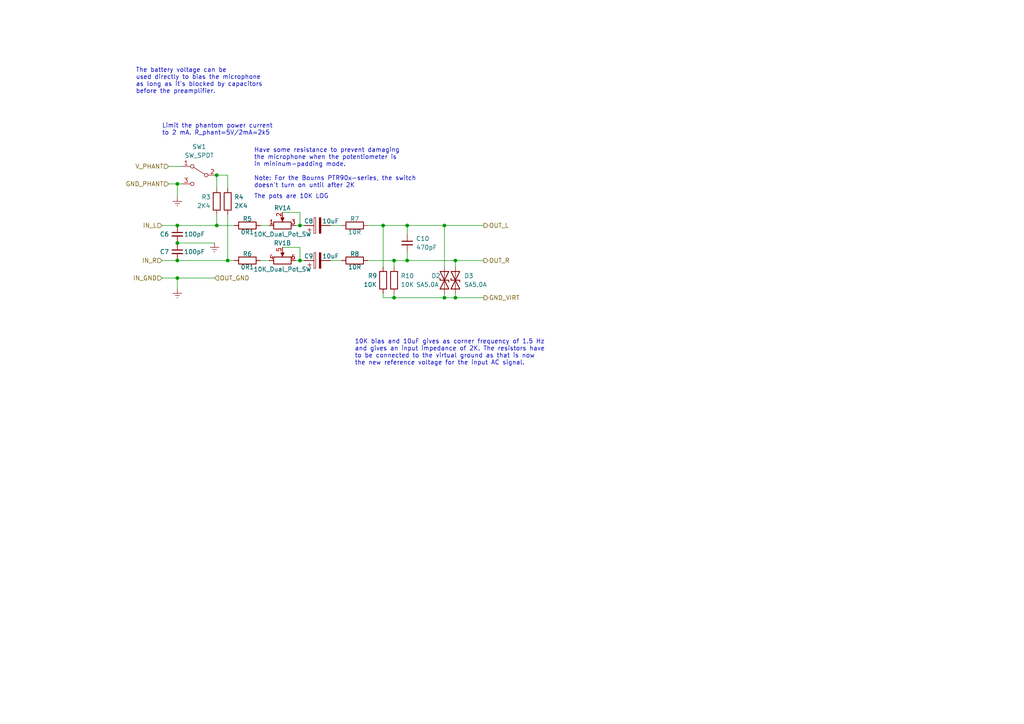
<source format=kicad_sch>
(kicad_sch (version 20211123) (generator eeschema)
  (paper "A4")
  (lib_symbols
    (symbol "Device:C_Polarized" (pin_numbers hide) (pin_names (offset 0.254))
      (property "Reference" "C" (at 0.635 2.54 0))
      (property "Value" "C_Polarized" (at 0.635 -2.54 0))
      (symbol "C_Polarized_0_1"
        (rectangle (start -2.286 0.508) (end 2.286 1.016))
        (polyline (pts (xy -1.778 2.286) (xy -0.762 2.286)))
        (polyline (pts (xy -1.27 2.794) (xy -1.27 1.778)))
        (rectangle (start 2.286 -0.508) (end -2.286 -1.016) (fill (type outline)))
      )
      (symbol "C_Polarized_1_1"
        (pin passive line (at 0 3.81 270) (length 2.794) (name "~") (number "1"))
        (pin passive line (at 0 -3.81 90) (length 2.794) (name "~") (number "2"))
      )
    )
    (symbol "Device:C_Small" (pin_numbers hide) (pin_names (offset 0.254) hide)
      (property "Reference" "C" (at 0.254 1.778 0))
      (property "Value" "C_Small" (at 0.254 -2.032 0))
      (symbol "C_Small_0_1"
        (polyline (pts (xy -1.524 -0.508) (xy 1.524 -0.508)) (stroke (width 0.3302)))
        (polyline (pts (xy -1.524 0.508) (xy 1.524 0.508)) (stroke (width 0.3048)))
      )
      (symbol "C_Small_1_1"
        (pin passive line (at 0 2.54 270) (length 2.032) (name "~") (number "1"))
        (pin passive line (at 0 -2.54 90) (length 2.032) (name "~") (number "2"))
      )
    )
    (symbol "Device:R" (pin_numbers hide) (pin_names (offset 0))
      (property "Reference" "R" (at 2.032 0 90))
      (property "Value" "R" (at 0 0 90))
      (symbol "R_0_1"
        (rectangle (start -1.016 -2.54) (end 1.016 2.54) (stroke (width 0.254)))
      )
      (symbol "R_1_1"
        (pin passive line (at 0 3.81 270) (length 1.27) (name "~") (number "1"))
        (pin passive line (at 0 -3.81 90) (length 1.27) (name "~") (number "2"))
      )
    )
    (symbol "Switch:SW_SPDT" (pin_names (offset 0) hide)
      (property "Reference" "SW" (at 0 4.318 0))
      (property "Value" "SW_SPDT" (at 0 -5.08 0))
      (symbol "SW_SPDT_0_0"
        (circle (center -2.032 0) (radius 0.508))
        (circle (center 2.032 -2.54) (radius 0.508))
      )
      (symbol "SW_SPDT_0_1"
        (polyline (pts (xy -1.524 0.254) (xy 1.651 2.286)))
        (circle (center 2.032 2.54) (radius 0.508))
      )
      (symbol "SW_SPDT_1_1"
        (pin passive line (at 5.08 2.54 180) (length 2.54) (name "A") (number "1"))
        (pin passive line (at -5.08 0 0) (length 2.54) (name "B") (number "2"))
        (pin passive line (at 5.08 -2.54 180) (length 2.54) (name "C") (number "3"))
      )
    )
    (symbol "power:Earth" (power) (pin_names (offset 0))
      (symbol "Earth_0_1"
        (polyline (pts (xy -0.635 -1.905) (xy 0.635 -1.905)))
        (polyline (pts (xy -0.127 -2.54) (xy 0.127 -2.54)))
        (polyline (pts (xy 0 -1.27) (xy 0 0)))
        (polyline (pts (xy 1.27 -1.27) (xy -1.27 -1.27)))
      )
      (symbol "Earth_1_1"
        (pin power_in line (at 0 0 270) (length 0) hide (name "Earth") (number "1"))
      )
    )
    (symbol "preamp_lib:10K_Dual_Pot_SW" (pin_names (offset 1.016) hide)
      (property "Reference" "RV" (at -4.445 0 90))
      (property "Value" "10K_Dual_Pot_SW" (at -2.54 0 90))
      (symbol "10K_Dual_Pot_SW_1_1"
        (polyline (pts (xy 2.54 0) (xy 2.032 0)))
        (polyline (pts (xy 1.143 0) (xy 2.286 0.508) (xy 2.286 -0.508) (xy 1.143 0)) (fill (type outline)))
        (rectangle (start 1.016 2.54) (end -1.016 -2.54) (stroke (width 0.254)))
        (pin passive line (at 0 3.81 270) (length 1.27) (name "8") (number "1"))
        (pin passive line (at 3.81 0 180) (length 1.27) (name "2") (number "2"))
        (pin passive line (at 0 -3.81 90) (length 1.27) (name "7") (number "3"))
      )
      (symbol "10K_Dual_Pot_SW_2_1"
        (polyline (pts (xy 2.54 0) (xy 2.286 0)))
        (polyline (pts (xy 1.143 0) (xy 2.286 0.508) (xy 2.286 -0.508) (xy 1.143 0)) (fill (type outline)))
        (rectangle (start 1.016 2.54) (end -1.016 -2.54) (stroke (width 0.254)))
        (pin passive line (at 0 3.81 270) (length 1.27) (name "4") (number "4"))
        (pin passive line (at 3.81 0 180) (length 1.27) (name "5") (number "5"))
        (pin passive line (at 0 -3.81 90) (length 1.27) (name "6") (number "6"))
      )
      (symbol "10K_Dual_Pot_SW_3_1"
        (polyline (pts (xy 0 -2.54) (xy 0 -1.905)))
        (polyline (pts (xy 0 -1.905) (xy 1.27 1.905)))
        (polyline (pts (xy 0 2.54) (xy 0 1.905)))
        (pin passive line (at 0 -3.81 90) (length 1.27) (name "7") (number "7"))
        (pin passive line (at 0 3.81 270) (length 1.27) (name "8") (number "8"))
      )
    )
    (symbol "preamp_lib:SA5.0A" (pin_numbers hide) (pin_names (offset 1.016) hide)
      (property "Reference" "D" (at 0 2.54 0))
      (property "Value" "SA5.0A" (at 0 -2.54 0))
      (symbol "SA5.0A_0_1"
        (polyline (pts (xy 1.27 0) (xy -1.27 0)))
        (polyline (pts (xy 0.508 1.27) (xy 0 1.27) (xy 0 -1.27) (xy -0.508 -1.27)) (stroke (width 0.254)))
        (polyline (pts (xy -2.54 1.27) (xy -2.54 -1.27) (xy 2.54 1.27) (xy 2.54 -1.27) (xy -2.54 1.27)) (stroke (width 0.254)))
      )
      (symbol "SA5.0A_1_1"
        (pin passive line (at -3.81 0 0) (length 2.54) (name "A1") (number "1"))
        (pin passive line (at 3.81 0 180) (length 2.54) (name "A2") (number "2"))
      )
    )
  )
  (junction (at 111.125 65.405))
  (junction (at 51.435 80.645))
  (junction (at 51.435 75.565))
  (junction (at 132.08 86.36))
  (junction (at 132.08 75.565))
  (junction (at 51.435 65.405))
  (junction (at 118.11 65.405))
  (junction (at 62.865 50.8))
  (junction (at 86.995 75.565))
  (junction (at 62.865 65.405))
  (junction (at 114.3 75.565))
  (junction (at 114.3 86.36))
  (junction (at 51.435 53.34))
  (junction (at 128.905 65.405))
  (junction (at 86.995 65.405))
  (junction (at 128.905 86.36))
  (junction (at 51.435 70.485))
  (junction (at 118.11 75.565))
  (junction (at 66.04 75.565))
  (wire (pts (xy 132.08 75.565) (xy 132.08 77.47)))
  (wire (pts (xy 75.565 75.565) (xy 78.105 75.565)))
  (wire (pts (xy 132.08 86.36) (xy 128.905 86.36)))
  (wire (pts (xy 81.915 71.755) (xy 86.995 71.755)))
  (wire (pts (xy 128.905 77.47) (xy 128.905 65.405)))
  (wire (pts (xy 46.99 80.645) (xy 51.435 80.645)))
  (wire (pts (xy 85.725 75.565) (xy 86.995 75.565)))
  (wire (pts (xy 111.125 65.405) (xy 118.11 65.405)))
  (wire (pts (xy 62.865 62.23) (xy 62.865 65.405)))
  (wire (pts (xy 66.04 75.565) (xy 67.945 75.565)))
  (wire (pts (xy 114.3 75.565) (xy 118.11 75.565)))
  (wire (pts (xy 51.435 80.645) (xy 51.435 83.82)))
  (wire (pts (xy 118.11 65.405) (xy 128.905 65.405)))
  (wire (pts (xy 95.885 75.565) (xy 99.06 75.565)))
  (wire (pts (xy 106.68 75.565) (xy 114.3 75.565)))
  (wire (pts (xy 51.435 65.405) (xy 62.865 65.405)))
  (wire (pts (xy 46.99 65.405) (xy 51.435 65.405)))
  (wire (pts (xy 132.08 85.09) (xy 132.08 86.36)))
  (wire (pts (xy 51.435 80.645) (xy 62.23 80.645)))
  (wire (pts (xy 128.905 65.405) (xy 140.335 65.405)))
  (wire (pts (xy 114.3 85.09) (xy 114.3 86.36)))
  (wire (pts (xy 51.435 53.34) (xy 52.705 53.34)))
  (wire (pts (xy 128.905 85.09) (xy 128.905 86.36)))
  (wire (pts (xy 118.11 65.405) (xy 118.11 67.945)))
  (wire (pts (xy 86.995 71.755) (xy 86.995 75.565)))
  (wire (pts (xy 111.125 86.36) (xy 111.125 85.09)))
  (wire (pts (xy 51.435 53.34) (xy 51.435 57.15)))
  (wire (pts (xy 66.04 50.8) (xy 66.04 54.61)))
  (wire (pts (xy 86.995 75.565) (xy 88.265 75.565)))
  (wire (pts (xy 62.865 65.405) (xy 67.945 65.405)))
  (wire (pts (xy 46.99 75.565) (xy 51.435 75.565)))
  (wire (pts (xy 48.895 48.26) (xy 52.705 48.26)))
  (wire (pts (xy 51.435 70.485) (xy 62.23 70.485)))
  (wire (pts (xy 62.865 50.8) (xy 66.04 50.8)))
  (wire (pts (xy 75.565 65.405) (xy 78.105 65.405)))
  (wire (pts (xy 85.725 65.405) (xy 86.995 65.405)))
  (wire (pts (xy 140.335 86.36) (xy 132.08 86.36)))
  (wire (pts (xy 111.125 65.405) (xy 111.125 77.47)))
  (wire (pts (xy 114.3 86.36) (xy 111.125 86.36)))
  (wire (pts (xy 48.895 53.34) (xy 51.435 53.34)))
  (wire (pts (xy 118.11 73.025) (xy 118.11 75.565)))
  (wire (pts (xy 51.435 75.565) (xy 66.04 75.565)))
  (wire (pts (xy 132.08 75.565) (xy 140.335 75.565)))
  (wire (pts (xy 81.915 61.595) (xy 86.995 61.595)))
  (wire (pts (xy 95.885 65.405) (xy 99.06 65.405)))
  (wire (pts (xy 86.995 61.595) (xy 86.995 65.405)))
  (wire (pts (xy 118.11 75.565) (xy 132.08 75.565)))
  (wire (pts (xy 66.04 62.23) (xy 66.04 75.565)))
  (wire (pts (xy 86.995 65.405) (xy 88.265 65.405)))
  (wire (pts (xy 128.905 86.36) (xy 114.3 86.36)))
  (wire (pts (xy 114.3 75.565) (xy 114.3 77.47)))
  (wire (pts (xy 62.865 50.8) (xy 62.865 54.61)))
  (wire (pts (xy 106.68 65.405) (xy 111.125 65.405)))
  (text "The battery voltage can be\nused directly to bias the microphone\nas long as it's blocked by capacitors\nbefore the preamplifier." (at 39.37 27.305 0) (effects (font (size 1.27 1.27)) (justify left bottom)))
  (text "10K bias and 10uF gives as corner frequency of 1.5 Hz\nand gives an input impedance of 2K. The resistors have \nto be connected to the virtual ground as that is now \nthe new reference voltage for the input AC signal." (at 102.87 106.045 0) (effects (font (size 1.27 1.27)) (justify left bottom)))
  (text "Limit the phantom power current\nto 2 mA. R_phant=5V/2mA=2k5" (at 46.99 39.37 0) (effects (font (size 1.27 1.27)) (justify left bottom)))
  (text "The pots are 10K LOG\n" (at 73.66 57.785 0) (effects (font (size 1.27 1.27)) (justify left bottom)))
  (text "Have some resistance to prevent damaging \nthe microphone when the potentiometer is \nin mininum-padding mode.\n\nNote: For the Bourns PTR90x-series, the switch\ndoesn't turn on until after 2K" (at 73.66 54.61 0) (effects (font (size 1.27 1.27)) (justify left bottom)))
  (hierarchical_label "IN_GND" (shape input) (at 46.99 80.645 180))
  (hierarchical_label "OUT_R" (shape output) (at 140.335 75.565 0))
  (hierarchical_label "V_PHANT" (shape input) (at 48.895 48.26 180))
  (hierarchical_label "IN_R" (shape input) (at 46.99 75.565 180))
  (hierarchical_label "OUT_GND" (shape input) (at 62.23 80.645 0))
  (hierarchical_label "IN_L" (shape input) (at 46.99 65.405 180))
  (hierarchical_label "GND_PHANT" (shape input) (at 48.895 53.34 180))
  (hierarchical_label "GND_VIRT" (shape output) (at 140.335 86.36 0))
  (hierarchical_label "OUT_L" (shape output) (at 140.335 65.405 0))
  (symbol (lib_id "Device:R") (at 114.3 81.28 0) (unit 1)
    (property "Reference" "R10" (at 116.205 80.01 0) (effects (justify left)))
    (property "Value" "10K" (at 116.205 82.55 0) (effects (justify left)))
    (property "Footprint" "Capacitor_SMD:C_0603_1608Metric" (effects hide))
  )
  (symbol (lib_id "Device:C_Small") (at 51.435 73.025 0) (unit 1)
    (property "Reference" "C7" (at 46.355 73.025 0) (effects (justify left)))
    (property "Value" "100pF" (at 53.34 73.025 0) (effects (justify left)))
    (property "Footprint" "Capacitor_SMD:C_0603_1608Metric" (effects hide))
  )
  (symbol (lib_id "Device:C_Small") (at 51.435 67.945 0) (unit 1)
    (property "Reference" "C6" (at 46.355 67.945 0) (effects (justify left)))
    (property "Value" "100pF" (at 53.34 67.945 0) (effects (justify left)))
    (property "Footprint" "Capacitor_SMD:C_0603_1608Metric" (effects hide))
  )
  (symbol (lib_id "Device:R") (at 66.04 58.42 0) (unit 1)
    (property "Reference" "R4" (at 67.945 57.15 0) (effects (justify left)))
    (property "Value" "2K4" (at 67.945 59.69 0) (effects (justify left)))
    (property "Footprint" "Capacitor_SMD:C_0603_1608Metric" (effects hide))
  )
  (symbol (lib_id "Device:R") (at 62.865 58.42 0) (unit 1)
    (property "Reference" "R3" (at 58.42 57.15 0) (effects (justify left)))
    (property "Value" "2K4" (at 57.15 59.69 0) (effects (justify left)))
    (property "Footprint" "Capacitor_SMD:C_0603_1608Metric" (effects hide))
  )
  (symbol (lib_id "Device:R") (at 102.87 75.565 90) (unit 1)
    (property "Reference" "R8" (at 102.87 73.66 90))
    (property "Value" "10R" (at 102.87 77.47 90))
    (property "Footprint" "Capacitor_SMD:C_0603_1608Metric" (effects hide))
  )
  (symbol (lib_id "Switch:SW_SPDT") (at 57.785 50.8 0) (mirror y) (unit 1)
    (property "Reference" "SW1" (at 57.785 42.545 0))
    (property "Value" "SW_SPDT" (at 57.785 45.085 0))
    (property "Footprint" "preamp_footprints:SW_CuK_OS102011MS2QN1_SPDT_Straight" (effects hide))
  )
  (symbol (lib_id "Device:C_Polarized") (at 92.075 75.565 90) (unit 1)
    (property "Reference" "C9" (at 89.535 74.295 90))
    (property "Value" "10uF" (at 95.885 74.295 90))
    (property "Footprint" "Capacitor_THT:CP_Radial_D8.0mm_P3.50mm" (effects hide))
  )
  (symbol (lib_id "Device:R") (at 71.755 75.565 90) (unit 1)
    (property "Reference" "R6" (at 71.755 73.66 90))
    (property "Value" "0R1" (at 71.755 77.47 90))
    (property "Footprint" "Capacitor_SMD:C_0603_1608Metric" (effects hide))
  )
  (symbol (lib_id "power:Earth") (at 51.435 57.15 0) (unit 1)
    (property "Reference" "#PWR01" (effects hide))
    (property "Value" "Earth" (effects hide))
  )
  (symbol (lib_id "power:Earth") (at 62.23 70.485 0) (unit 1)
    (property "Reference" "#PWR03" (effects hide))
    (property "Value" "Earth" (effects hide))
  )
  (symbol (lib_id "preamp_lib:SA5.0A") (at 128.905 81.28 90) (unit 1)
    (property "Reference" "D2" (at 125.095 80.01 90) (effects (justify right)))
    (property "Value" "SA5.0A" (at 120.65 82.55 90) (effects (justify right)))
    (property "Footprint" "Diode_THT:D_5KP_P7.62mm_Vertical_KathodeUp" (effects hide))
  )
  (symbol (lib_id "power:Earth") (at 51.435 83.82 0) (unit 1)
    (property "Reference" "#PWR02" (effects hide))
    (property "Value" "Earth" (effects hide))
  )
  (symbol (lib_id "Device:R") (at 111.125 81.28 0) (unit 1)
    (property "Reference" "R9" (at 106.68 80.01 0) (effects (justify left)))
    (property "Value" "10K" (at 105.41 82.55 0) (effects (justify left)))
    (property "Footprint" "Capacitor_SMD:C_0603_1608Metric" (effects hide))
  )
  (symbol (lib_id "preamp_lib:SA5.0A") (at 132.08 81.28 90) (unit 1)
    (property "Reference" "D3" (at 134.62 80.0099 90) (effects (justify right)))
    (property "Value" "SA5.0A" (at 134.62 82.5499 90) (effects (justify right)))
    (property "Footprint" "Diode_THT:D_5KP_P7.62mm_Vertical_KathodeUp" (effects hide))
  )
  (symbol (lib_id "Device:C_Small") (at 118.11 70.485 0) (unit 1)
    (property "Reference" "C10" (at 120.65 69.2212 0) (effects (justify left)))
    (property "Value" "470pF" (at 120.65 71.7612 0) (effects (justify left)))
    (property "Footprint" "Capacitor_SMD:C_0603_1608Metric" (effects hide))
  )
  (symbol (lib_id "preamp_lib:10K_Dual_Pot_SW") (at 81.915 75.565 90) (unit 2)
    (property "Reference" "RV1" (at 81.915 70.485 90))
    (property "Value" "10K_Dual_Pot_SW" (at 81.915 78.105 90))
    (property "Footprint" "preamp_footprints:Potentiometer_Bourns_PTR902_Double_Horizontal_Switch" (effects hide))
  )
  (symbol (lib_id "preamp_lib:10K_Dual_Pot_SW") (at 81.915 65.405 90) (unit 1)
    (property "Reference" "RV1" (at 81.915 60.325 90))
    (property "Value" "10K_Dual_Pot_SW" (at 81.915 67.945 90))
    (property "Footprint" "preamp_footprints:Potentiometer_Bourns_PTR902_Double_Horizontal_Switch" (effects hide))
  )
  (symbol (lib_id "Device:R") (at 102.87 65.405 90) (unit 1)
    (property "Reference" "R7" (at 102.87 63.5 90))
    (property "Value" "10R" (at 102.87 67.31 90))
    (property "Footprint" "Capacitor_SMD:C_0603_1608Metric" (effects hide))
  )
  (symbol (lib_id "Device:C_Polarized") (at 92.075 65.405 90) (unit 1)
    (property "Reference" "C8" (at 89.535 64.135 90))
    (property "Value" "10uF" (at 95.885 64.135 90))
    (property "Footprint" "Capacitor_THT:CP_Radial_D8.0mm_P3.50mm" (effects hide))
  )
  (symbol (lib_id "Device:R") (at 71.755 65.405 90) (unit 1)
    (property "Reference" "R5" (at 71.755 63.5 90))
    (property "Value" "0R1" (at 71.755 67.31 90))
    (property "Footprint" "Capacitor_SMD:C_0603_1608Metric" (effects hide))
  )
)
</source>
